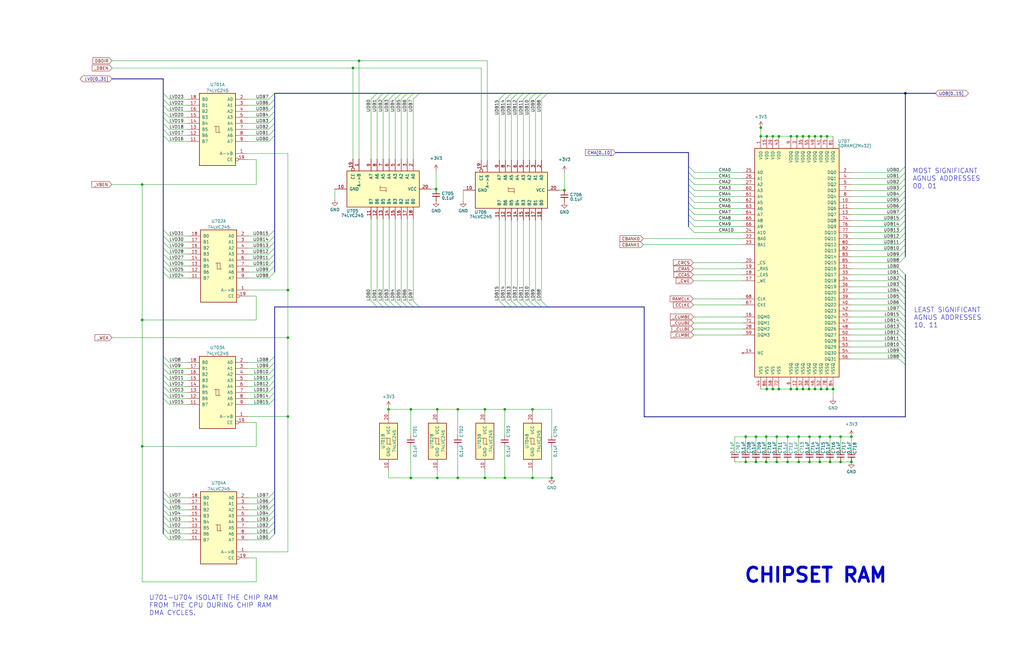
<source format=kicad_sch>
(kicad_sch (version 20231120) (generator "eeschema") (generator_version "8.0")
  (paper "B")
  (title_block (title "AMIGA PCI") (date "2024-07-17") (rev "4.0"))
  (junction (at 237.998 80.264))
  (junction (at 341.376 184.277))
  (junction (at 348.742 164.211))
  (junction (at 184.404 172.72))
  (junction (at 121.412 142.494))
  (junction (at 332.105 184.277))
  (junction (at 381.762 39.37))
  (junction (at 343.662 57.531))
  (junction (at 336.042 164.211))
  (junction (at 193.04 201.676))
  (junction (at 346.202 57.531))
  (junction (at 332.105 194.945))
  (junction (at 346.202 164.211))
  (junction (at 224.536 172.72))
  (junction (at 173.228 201.676))
  (junction (at 224.536 201.676))
  (junction (at 345.694 194.945))
  (junction (at 336.804 194.945))
  (junction (at 341.376 194.945))
  (junction (at 59.944 188.341))
  (junction (at 325.882 164.211))
  (junction (at 327.533 184.277))
  (junction (at 193.04 172.72))
  (junction (at 325.882 57.531))
  (junction (at 336.042 57.531))
  (junction (at 333.502 57.531))
  (junction (at 323.342 57.531))
  (junction (at 350.012 194.945))
  (junction (at 328.422 57.531))
  (junction (at 59.944 77.851))
  (junction (at 351.282 164.211))
  (junction (at 327.533 194.945))
  (junction (at 151.384 25.654))
  (junction (at 345.694 184.277))
  (junction (at 354.457 194.945))
  (junction (at 338.582 57.531))
  (junction (at 173.228 172.72))
  (junction (at 314.452 184.277))
  (junction (at 341.122 164.211))
  (junction (at 318.77 194.945))
  (junction (at 318.77 184.277))
  (junction (at 354.457 184.277))
  (junction (at 359.029 184.277))
  (junction (at 343.662 164.211))
  (junction (at 323.342 164.211))
  (junction (at 212.852 172.72))
  (junction (at 350.012 184.277))
  (junction (at 184.404 201.676))
  (junction (at 320.802 57.531))
  (junction (at 183.896 79.756))
  (junction (at 204.47 201.676))
  (junction (at 323.088 194.945))
  (junction (at 121.412 175.768))
  (junction (at 328.422 164.211))
  (junction (at 323.088 184.277))
  (junction (at 320.802 53.848))
  (junction (at 121.412 122.428))
  (junction (at 204.47 172.72))
  (junction (at 232.664 201.676))
  (junction (at 338.582 164.211))
  (junction (at 314.452 194.945))
  (junction (at 59.944 135.001))
  (junction (at 163.83 172.72))
  (junction (at 341.122 57.531))
  (junction (at 212.852 201.676))
  (junction (at 333.502 164.211))
  (junction (at 348.742 57.531))
  (junction (at 148.844 28.702))
  (junction (at 359.029 194.945))
  (junction (at 336.804 184.277))
  (bus_entry (at 379.222 136.271) (size 2.54 2.54))
  (bus_entry (at 113.284 160.528) (size 2.54 -2.54))
  (bus_entry (at 159.004 127) (size 2.54 2.54))
  (bus_entry (at 174.244 127) (size 2.54 2.54))
  (bus_entry (at 71.374 57.15) (size -2.54 -2.54))
  (bus_entry (at 379.222 108.331) (size 2.54 -2.54))
  (bus_entry (at 71.374 212.598) (size -2.54 -2.54))
  (bus_entry (at 71.374 217.678) (size -2.54 -2.54))
  (bus_entry (at 292.862 80.391) (size -2.54 -2.54))
  (bus_entry (at 71.374 41.91) (size -2.54 -2.54))
  (bus_entry (at 113.284 44.45) (size 2.54 -2.54))
  (bus_entry (at 71.374 215.138) (size -2.54 -2.54))
  (bus_entry (at 71.374 152.908) (size -2.54 -2.54))
  (bus_entry (at 379.222 146.431) (size 2.54 2.54))
  (bus_entry (at 292.862 95.631) (size -2.54 -2.54))
  (bus_entry (at 71.374 163.068) (size -2.54 -2.54))
  (bus_entry (at 71.374 222.758) (size -2.54 -2.54))
  (bus_entry (at 164.084 39.37) (size -2.54 2.54))
  (bus_entry (at 113.284 104.648) (size 2.54 -2.54))
  (bus_entry (at 292.862 88.011) (size -2.54 -2.54))
  (bus_entry (at 71.374 157.988) (size -2.54 -2.54))
  (bus_entry (at 113.284 107.188) (size 2.54 -2.54))
  (bus_entry (at 215.646 127) (size 2.54 2.54))
  (bus_entry (at 213.106 127) (size 2.54 2.54))
  (bus_entry (at 71.374 160.528) (size -2.54 -2.54))
  (bus_entry (at 71.374 54.61) (size -2.54 -2.54))
  (bus_entry (at 71.374 155.448) (size -2.54 -2.54))
  (bus_entry (at 228.346 127) (size 2.54 2.54))
  (bus_entry (at 113.284 163.068) (size 2.54 -2.54))
  (bus_entry (at 171.704 127) (size 2.54 2.54))
  (bus_entry (at 379.222 151.511) (size 2.54 2.54))
  (bus_entry (at 113.284 155.448) (size 2.54 -2.54))
  (bus_entry (at 113.284 109.728) (size 2.54 -2.54))
  (bus_entry (at 71.374 227.838) (size -2.54 -2.54))
  (bus_entry (at 169.164 127) (size 2.54 2.54))
  (bus_entry (at 71.374 168.148) (size -2.54 -2.54))
  (bus_entry (at 71.374 165.608) (size -2.54 -2.54))
  (bus_entry (at 223.266 127) (size 2.54 2.54))
  (bus_entry (at 223.266 39.37) (size -2.54 2.54))
  (bus_entry (at 171.704 39.37) (size -2.54 2.54))
  (bus_entry (at 379.222 82.931) (size 2.54 -2.54))
  (bus_entry (at 113.284 168.148) (size 2.54 -2.54))
  (bus_entry (at 230.886 39.37) (size -2.54 2.54))
  (bus_entry (at 379.222 123.571) (size 2.54 2.54))
  (bus_entry (at 113.284 114.808) (size 2.54 -2.54))
  (bus_entry (at 228.346 39.37) (size -2.54 2.54))
  (bus_entry (at 213.106 39.37) (size -2.54 2.54))
  (bus_entry (at 225.806 39.37) (size -2.54 2.54))
  (bus_entry (at 113.284 152.908) (size 2.54 -2.54))
  (bus_entry (at 71.374 109.728) (size -2.54 -2.54))
  (bus_entry (at 113.284 41.91) (size 2.54 -2.54))
  (bus_entry (at 220.726 39.37) (size -2.54 2.54))
  (bus_entry (at 292.862 90.551) (size -2.54 -2.54))
  (bus_entry (at 225.806 127) (size 2.54 2.54))
  (bus_entry (at 292.862 85.471) (size -2.54 -2.54))
  (bus_entry (at 220.726 127) (size 2.54 2.54))
  (bus_entry (at 379.222 100.711) (size 2.54 -2.54))
  (bus_entry (at 379.222 133.731) (size 2.54 2.54))
  (bus_entry (at 292.862 77.851) (size -2.54 -2.54))
  (bus_entry (at 113.284 157.988) (size 2.54 -2.54))
  (bus_entry (at 379.222 131.191) (size 2.54 2.54))
  (bus_entry (at 113.284 212.598) (size 2.54 -2.54))
  (bus_entry (at 379.222 105.791) (size 2.54 -2.54))
  (bus_entry (at 176.784 39.37) (size -2.54 2.54))
  (bus_entry (at 71.374 170.688) (size -2.54 -2.54))
  (bus_entry (at 71.374 46.99) (size -2.54 -2.54))
  (bus_entry (at 379.222 75.311) (size 2.54 -2.54))
  (bus_entry (at 113.284 217.678) (size 2.54 -2.54))
  (bus_entry (at 379.222 148.971) (size 2.54 2.54))
  (bus_entry (at 379.222 72.771) (size 2.54 -2.54))
  (bus_entry (at 71.374 114.808) (size -2.54 -2.54))
  (bus_entry (at 113.284 57.15) (size 2.54 -2.54))
  (bus_entry (at 113.284 46.99) (size 2.54 -2.54))
  (bus_entry (at 113.284 99.568) (size 2.54 -2.54))
  (bus_entry (at 166.624 39.37) (size -2.54 2.54))
  (bus_entry (at 292.862 82.931) (size -2.54 -2.54))
  (bus_entry (at 164.084 127) (size 2.54 2.54))
  (bus_entry (at 161.544 127) (size 2.54 2.54))
  (bus_entry (at 161.544 39.37) (size -2.54 2.54))
  (bus_entry (at 379.222 88.011) (size 2.54 -2.54))
  (bus_entry (at 113.284 165.608) (size 2.54 -2.54))
  (bus_entry (at 379.222 141.351) (size 2.54 2.54))
  (bus_entry (at 156.464 127) (size 2.54 2.54))
  (bus_entry (at 71.374 44.45) (size -2.54 -2.54))
  (bus_entry (at 379.222 103.251) (size 2.54 -2.54))
  (bus_entry (at 113.284 225.298) (size 2.54 -2.54))
  (bus_entry (at 292.862 98.171) (size -2.54 -2.54))
  (bus_entry (at 71.374 107.188) (size -2.54 -2.54))
  (bus_entry (at 71.374 49.53) (size -2.54 -2.54))
  (bus_entry (at 71.374 99.568) (size -2.54 -2.54))
  (bus_entry (at 379.222 113.411) (size 2.54 2.54))
  (bus_entry (at 113.284 220.218) (size 2.54 -2.54))
  (bus_entry (at 218.186 127) (size 2.54 2.54))
  (bus_entry (at 379.222 80.391) (size 2.54 -2.54))
  (bus_entry (at 379.222 143.891) (size 2.54 2.54))
  (bus_entry (at 218.186 39.37) (size -2.54 2.54))
  (bus_entry (at 379.222 128.651) (size 2.54 2.54))
  (bus_entry (at 159.004 39.37) (size -2.54 2.54))
  (bus_entry (at 169.164 39.37) (size -2.54 2.54))
  (bus_entry (at 379.222 110.871) (size 2.54 -2.54))
  (bus_entry (at 71.374 102.108) (size -2.54 -2.54))
  (bus_entry (at 113.284 102.108) (size 2.54 -2.54))
  (bus_entry (at 113.284 59.69) (size 2.54 -2.54))
  (bus_entry (at 379.222 98.171) (size 2.54 -2.54))
  (bus_entry (at 71.374 52.07) (size -2.54 -2.54))
  (bus_entry (at 379.222 93.091) (size 2.54 -2.54))
  (bus_entry (at 113.284 227.838) (size 2.54 -2.54))
  (bus_entry (at 113.284 210.058) (size 2.54 -2.54))
  (bus_entry (at 379.222 90.551) (size 2.54 -2.54))
  (bus_entry (at 113.284 215.138) (size 2.54 -2.54))
  (bus_entry (at 379.222 95.631) (size 2.54 -2.54))
  (bus_entry (at 292.862 72.771) (size -2.54 -2.54))
  (bus_entry (at 379.222 85.471) (size 2.54 -2.54))
  (bus_entry (at 113.284 52.07) (size 2.54 -2.54))
  (bus_entry (at 71.374 112.268) (size -2.54 -2.54))
  (bus_entry (at 113.284 170.688) (size 2.54 -2.54))
  (bus_entry (at 379.222 138.811) (size 2.54 2.54))
  (bus_entry (at 379.222 121.031) (size 2.54 2.54))
  (bus_entry (at 71.374 210.058) (size -2.54 -2.54))
  (bus_entry (at 71.374 117.348) (size -2.54 -2.54))
  (bus_entry (at 166.624 127) (size 2.54 2.54))
  (bus_entry (at 71.374 225.298) (size -2.54 -2.54))
  (bus_entry (at 379.222 77.851) (size 2.54 -2.54))
  (bus_entry (at 210.566 127) (size 2.54 2.54))
  (bus_entry (at 113.284 54.61) (size 2.54 -2.54))
  (bus_entry (at 379.222 126.111) (size 2.54 2.54))
  (bus_entry (at 379.222 118.491) (size 2.54 2.54))
  (bus_entry (at 292.862 75.311) (size -2.54 -2.54))
  (bus_entry (at 71.374 220.218) (size -2.54 -2.54))
  (bus_entry (at 379.222 115.951) (size 2.54 2.54))
  (bus_entry (at 113.284 222.758) (size 2.54 -2.54))
  (bus_entry (at 71.374 59.69) (size -2.54 -2.54))
  (bus_entry (at 174.244 39.37) (size -2.54 2.54))
  (bus_entry (at 71.374 104.648) (size -2.54 -2.54))
  (bus_entry (at 113.284 117.348) (size 2.54 -2.54))
  (bus_entry (at 113.284 112.268) (size 2.54 -2.54))
  (bus_entry (at 113.284 49.53) (size 2.54 -2.54))
  (bus_entry (at 292.862 93.091) (size -2.54 -2.54))
  (bus_entry (at 215.646 39.37) (size -2.54 2.54))
  (bus (pts (xy 68.834 99.568) (xy 68.834 102.108)))
  (wire (pts (xy 161.544 41.91) (xy 161.544 67.056)))
  (wire (pts (xy 79.502 112.268) (xy 71.374 112.268)))
  (wire (pts (xy 104.394 41.91) (xy 113.284 41.91)))
  (wire (pts (xy 184.404 198.882) (xy 184.404 201.676)))
  (wire (pts (xy 220.726 41.91) (xy 220.726 67.564)))
  (bus (pts (xy 68.834 215.138) (xy 68.834 217.678)))
  (bus (pts (xy 68.834 152.908) (xy 68.834 155.448)))
  (wire (pts (xy 104.902 217.678) (xy 113.284 217.678)))
  (wire (pts (xy 358.902 85.471) (xy 379.222 85.471)))
  (bus (pts (xy 223.266 129.54) (xy 225.806 129.54)))
  (wire (pts (xy 223.266 41.91) (xy 223.266 67.564)))
  (wire (pts (xy 224.536 198.882) (xy 224.536 201.676)))
  (wire (pts (xy 358.902 103.251) (xy 379.222 103.251)))
  (wire (pts (xy 78.994 163.068) (xy 71.374 163.068)))
  (bus (pts (xy 68.834 57.15) (xy 68.834 97.028)))
  (bus (pts (xy 68.834 217.678) (xy 68.834 220.218)))
  (wire (pts (xy 59.944 135.001) (xy 108.077 135.001)))
  (wire (pts (xy 202.946 67.564) (xy 202.946 28.702)))
  (wire (pts (xy 292.354 128.651) (xy 313.182 128.651)))
  (wire (pts (xy 163.83 171.958) (xy 163.83 172.72)))
  (wire (pts (xy 325.882 164.211) (xy 328.422 164.211)))
  (bus (pts (xy 115.824 129.54) (xy 159.004 129.54)))
  (bus (pts (xy 68.834 168.148) (xy 68.834 207.518)))
  (wire (pts (xy 358.902 118.491) (xy 379.222 118.491)))
  (wire (pts (xy 314.452 184.277) (xy 314.452 189.865)))
  (bus (pts (xy 213.106 129.54) (xy 215.646 129.54)))
  (bus (pts (xy 68.834 44.45) (xy 68.834 46.99)))
  (wire (pts (xy 174.244 92.456) (xy 174.244 127)))
  (bus (pts (xy 68.834 163.068) (xy 68.834 165.608)))
  (bus (pts (xy 159.004 39.37) (xy 161.544 39.37)))
  (wire (pts (xy 79.502 107.188) (xy 71.374 107.188)))
  (wire (pts (xy 318.77 194.945) (xy 323.088 194.945)))
  (wire (pts (xy 104.394 155.448) (xy 113.284 155.448)))
  (bus (pts (xy 115.824 109.728) (xy 115.824 112.268)))
  (wire (pts (xy 292.481 136.271) (xy 313.182 136.271)))
  (wire (pts (xy 215.646 41.91) (xy 215.646 67.564)))
  (wire (pts (xy 171.704 41.91) (xy 171.704 67.056)))
  (wire (pts (xy 104.394 52.07) (xy 113.284 52.07)))
  (wire (pts (xy 358.902 100.711) (xy 379.222 100.711)))
  (wire (pts (xy 59.944 77.851) (xy 47.117 77.851)))
  (wire (pts (xy 213.106 41.91) (xy 213.106 67.564)))
  (wire (pts (xy 327.533 184.277) (xy 327.533 189.865)))
  (bus (pts (xy 290.322 85.471) (xy 290.322 82.931)))
  (wire (pts (xy 350.012 184.277) (xy 350.012 189.865)))
  (wire (pts (xy 333.502 57.531) (xy 336.042 57.531)))
  (bus (pts (xy 68.834 97.028) (xy 68.834 99.568)))
  (wire (pts (xy 184.404 172.72) (xy 184.404 173.482)))
  (bus (pts (xy 68.834 41.91) (xy 68.834 44.45)))
  (bus (pts (xy 381.762 82.931) (xy 381.762 85.471)))
  (wire (pts (xy 104.902 109.728) (xy 113.284 109.728)))
  (bus (pts (xy 161.544 39.37) (xy 164.084 39.37)))
  (wire (pts (xy 292.862 93.091) (xy 313.182 93.091)))
  (wire (pts (xy 358.902 108.331) (xy 379.222 108.331)))
  (wire (pts (xy 215.646 92.964) (xy 215.646 127)))
  (wire (pts (xy 328.422 57.531) (xy 325.882 57.531)))
  (wire (pts (xy 358.902 143.891) (xy 379.222 143.891)))
  (wire (pts (xy 292.862 77.851) (xy 313.182 77.851)))
  (wire (pts (xy 338.582 164.211) (xy 341.122 164.211)))
  (wire (pts (xy 210.566 92.964) (xy 210.566 127)))
  (bus (pts (xy 115.824 107.188) (xy 115.824 109.728)))
  (wire (pts (xy 341.122 57.531) (xy 343.662 57.531)))
  (wire (pts (xy 345.694 194.945) (xy 350.012 194.945)))
  (bus (pts (xy 381.762 75.311) (xy 381.762 77.851)))
  (wire (pts (xy 104.902 102.108) (xy 113.284 102.108)))
  (wire (pts (xy 354.457 184.277) (xy 354.457 189.865)))
  (bus (pts (xy 115.824 152.908) (xy 115.824 150.368)))
  (bus (pts (xy 174.244 129.54) (xy 176.784 129.54)))
  (wire (pts (xy 104.902 104.648) (xy 113.284 104.648)))
  (wire (pts (xy 313.182 100.711) (xy 271.272 100.711)))
  (bus (pts (xy 115.824 49.53) (xy 115.824 52.07)))
  (wire (pts (xy 193.04 188.722) (xy 193.04 201.676)))
  (wire (pts (xy 350.012 184.277) (xy 354.457 184.277)))
  (wire (pts (xy 108.077 67.31) (xy 104.394 67.31)))
  (bus (pts (xy 68.834 49.53) (xy 68.834 52.07)))
  (bus (pts (xy 68.834 33.274) (xy 47.244 33.274)))
  (wire (pts (xy 358.902 133.731) (xy 379.222 133.731)))
  (wire (pts (xy 336.042 164.211) (xy 338.582 164.211)))
  (wire (pts (xy 151.384 25.654) (xy 205.486 25.654)))
  (wire (pts (xy 104.902 99.568) (xy 113.284 99.568)))
  (wire (pts (xy 104.394 64.77) (xy 121.412 64.77)))
  (wire (pts (xy 323.088 184.277) (xy 327.533 184.277)))
  (wire (pts (xy 104.394 57.15) (xy 113.284 57.15)))
  (bus (pts (xy 271.653 129.54) (xy 271.653 175.895)))
  (wire (pts (xy 351.282 164.211) (xy 351.282 168.021)))
  (wire (pts (xy 358.902 128.651) (xy 379.222 128.651)))
  (wire (pts (xy 328.422 164.211) (xy 333.502 164.211)))
  (bus (pts (xy 228.346 129.54) (xy 230.886 129.54)))
  (bus (pts (xy 215.646 39.37) (xy 218.186 39.37)))
  (wire (pts (xy 59.944 135.001) (xy 59.944 188.341)))
  (wire (pts (xy 104.902 117.348) (xy 113.284 117.348)))
  (bus (pts (xy 218.186 129.54) (xy 220.726 129.54)))
  (bus (pts (xy 171.704 129.54) (xy 174.244 129.54)))
  (bus (pts (xy 223.266 39.37) (xy 225.806 39.37)))
  (bus (pts (xy 271.653 175.895) (xy 381.762 175.895)))
  (wire (pts (xy 320.802 53.848) (xy 320.802 53.721)))
  (wire (pts (xy 292.862 88.011) (xy 313.182 88.011)))
  (wire (pts (xy 104.394 49.53) (xy 113.284 49.53)))
  (wire (pts (xy 358.902 148.971) (xy 379.222 148.971)))
  (wire (pts (xy 104.394 54.61) (xy 113.284 54.61)))
  (wire (pts (xy 224.536 201.676) (xy 232.664 201.676)))
  (wire (pts (xy 224.536 172.72) (xy 224.536 173.482)))
  (wire (pts (xy 341.376 184.277) (xy 341.376 189.865)))
  (bus (pts (xy 228.346 39.37) (xy 230.886 39.37)))
  (bus (pts (xy 115.824 215.138) (xy 115.824 217.678)))
  (wire (pts (xy 358.902 110.871) (xy 379.222 110.871)))
  (wire (pts (xy 358.902 105.791) (xy 379.222 105.791)))
  (wire (pts (xy 59.944 77.851) (xy 108.077 77.851)))
  (wire (pts (xy 346.202 57.531) (xy 348.742 57.531)))
  (wire (pts (xy 323.342 57.531) (xy 320.802 57.531)))
  (wire (pts (xy 151.384 67.056) (xy 151.384 25.654)))
  (bus (pts (xy 115.824 207.518) (xy 115.824 210.058)))
  (bus (pts (xy 115.824 46.99) (xy 115.824 49.53)))
  (wire (pts (xy 78.994 170.688) (xy 71.374 170.688)))
  (wire (pts (xy 205.486 25.654) (xy 205.486 67.564)))
  (wire (pts (xy 104.394 175.768) (xy 121.412 175.768)))
  (bus (pts (xy 115.824 220.218) (xy 115.824 222.758)))
  (bus (pts (xy 381.762 98.171) (xy 381.762 100.711)))
  (wire (pts (xy 79.502 217.678) (xy 71.374 217.678)))
  (wire (pts (xy 47.244 28.702) (xy 148.844 28.702)))
  (bus (pts (xy 68.834 54.61) (xy 68.834 57.15)))
  (wire (pts (xy 358.902 80.391) (xy 379.222 80.391)))
  (wire (pts (xy 79.502 222.758) (xy 71.374 222.758)))
  (wire (pts (xy 292.862 90.551) (xy 313.182 90.551)))
  (bus (pts (xy 68.834 210.058) (xy 68.834 212.598)))
  (bus (pts (xy 381.762 80.391) (xy 381.762 82.931)))
  (wire (pts (xy 59.944 188.341) (xy 59.944 245.491)))
  (wire (pts (xy 332.105 184.277) (xy 336.804 184.277)))
  (bus (pts (xy 381.762 126.111) (xy 381.762 128.651)))
  (wire (pts (xy 104.394 165.608) (xy 113.284 165.608)))
  (wire (pts (xy 320.802 164.211) (xy 323.342 164.211)))
  (wire (pts (xy 79.502 212.598) (xy 71.374 212.598)))
  (wire (pts (xy 292.862 75.311) (xy 313.182 75.311)))
  (wire (pts (xy 224.536 172.72) (xy 232.664 172.72)))
  (wire (pts (xy 328.422 57.531) (xy 333.502 57.531)))
  (wire (pts (xy 343.662 57.531) (xy 346.202 57.531)))
  (bus (pts (xy 230.886 39.37) (xy 381.762 39.37)))
  (bus (pts (xy 115.824 97.028) (xy 115.824 99.568)))
  (bus (pts (xy 290.322 80.391) (xy 290.322 77.851)))
  (wire (pts (xy 323.088 184.277) (xy 323.088 189.865)))
  (wire (pts (xy 204.47 172.72) (xy 212.852 172.72)))
  (wire (pts (xy 79.502 109.728) (xy 71.374 109.728)))
  (bus (pts (xy 381.762 72.771) (xy 381.762 75.311)))
  (wire (pts (xy 104.902 225.298) (xy 113.284 225.298)))
  (wire (pts (xy 292.481 138.811) (xy 313.182 138.811)))
  (bus (pts (xy 115.824 102.108) (xy 115.824 104.648)))
  (wire (pts (xy 173.228 172.72) (xy 173.228 183.642)))
  (wire (pts (xy 193.04 172.72) (xy 204.47 172.72)))
  (wire (pts (xy 104.902 112.268) (xy 113.284 112.268)))
  (wire (pts (xy 78.994 54.61) (xy 71.374 54.61)))
  (bus (pts (xy 290.322 77.851) (xy 290.322 75.311)))
  (bus (pts (xy 115.824 57.15) (xy 115.824 97.028)))
  (bus (pts (xy 115.824 222.758) (xy 115.824 225.298)))
  (wire (pts (xy 79.502 104.648) (xy 71.374 104.648)))
  (wire (pts (xy 343.662 164.211) (xy 346.202 164.211)))
  (bus (pts (xy 290.322 75.311) (xy 290.322 72.771)))
  (wire (pts (xy 292.862 98.171) (xy 313.182 98.171)))
  (wire (pts (xy 121.412 122.428) (xy 121.412 142.494)))
  (bus (pts (xy 68.834 207.518) (xy 68.834 210.058)))
  (wire (pts (xy 341.376 184.277) (xy 345.694 184.277)))
  (wire (pts (xy 104.902 227.838) (xy 113.284 227.838)))
  (wire (pts (xy 348.742 164.211) (xy 351.282 164.211)))
  (wire (pts (xy 341.122 164.211) (xy 343.662 164.211)))
  (wire (pts (xy 78.994 155.448) (xy 71.374 155.448)))
  (bus (pts (xy 213.106 39.37) (xy 215.646 39.37)))
  (wire (pts (xy 212.852 201.676) (xy 224.536 201.676)))
  (wire (pts (xy 193.04 201.676) (xy 204.47 201.676)))
  (wire (pts (xy 345.694 184.277) (xy 345.694 189.865)))
  (wire (pts (xy 108.077 178.308) (xy 104.394 178.308)))
  (bus (pts (xy 171.704 39.37) (xy 174.244 39.37)))
  (wire (pts (xy 309.88 189.865) (xy 309.88 184.277)))
  (wire (pts (xy 104.394 170.688) (xy 113.284 170.688)))
  (bus (pts (xy 159.004 129.54) (xy 161.544 129.54)))
  (bus (pts (xy 381.762 175.895) (xy 381.762 154.051)))
  (wire (pts (xy 195.326 80.264) (xy 195.326 84.836)))
  (bus (pts (xy 381.762 39.37) (xy 394.462 39.37)))
  (bus (pts (xy 381.762 143.891) (xy 381.762 146.431)))
  (wire (pts (xy 104.394 59.69) (xy 113.284 59.69)))
  (wire (pts (xy 358.902 98.171) (xy 379.222 98.171)))
  (bus (pts (xy 115.824 99.568) (xy 115.824 102.108)))
  (wire (pts (xy 225.806 41.91) (xy 225.806 67.564)))
  (bus (pts (xy 115.824 150.368) (xy 115.824 129.54)))
  (wire (pts (xy 348.742 57.531) (xy 351.282 57.531)))
  (wire (pts (xy 212.852 172.72) (xy 224.536 172.72)))
  (wire (pts (xy 78.994 152.908) (xy 71.374 152.908)))
  (bus (pts (xy 176.784 129.54) (xy 213.106 129.54)))
  (wire (pts (xy 358.902 72.771) (xy 379.222 72.771)))
  (wire (pts (xy 173.228 172.72) (xy 184.404 172.72)))
  (wire (pts (xy 292.862 82.931) (xy 313.182 82.931)))
  (wire (pts (xy 184.404 172.72) (xy 193.04 172.72)))
  (wire (pts (xy 213.106 92.964) (xy 213.106 127)))
  (wire (pts (xy 78.994 46.99) (xy 71.374 46.99)))
  (bus (pts (xy 381.762 141.351) (xy 381.762 143.891)))
  (wire (pts (xy 327.533 184.277) (xy 332.105 184.277)))
  (wire (pts (xy 104.394 152.908) (xy 113.284 152.908)))
  (bus (pts (xy 68.834 109.728) (xy 68.834 112.268)))
  (wire (pts (xy 79.502 227.838) (xy 71.374 227.838)))
  (bus (pts (xy 381.762 88.011) (xy 381.762 90.551)))
  (wire (pts (xy 292.354 115.951) (xy 313.182 115.951)))
  (wire (pts (xy 121.412 64.77) (xy 121.412 122.428)))
  (bus (pts (xy 381.762 85.471) (xy 381.762 88.011)))
  (wire (pts (xy 218.186 41.91) (xy 218.186 67.564)))
  (bus (pts (xy 381.762 39.37) (xy 381.762 70.231)))
  (wire (pts (xy 292.862 72.771) (xy 313.182 72.771)))
  (wire (pts (xy 163.83 172.72) (xy 173.228 172.72)))
  (wire (pts (xy 104.902 232.918) (xy 121.412 232.918)))
  (bus (pts (xy 68.834 104.648) (xy 68.834 107.188)))
  (bus (pts (xy 381.762 70.231) (xy 381.762 72.771)))
  (bus (pts (xy 164.084 39.37) (xy 166.624 39.37)))
  (wire (pts (xy 358.902 131.191) (xy 379.222 131.191)))
  (wire (pts (xy 173.228 188.722) (xy 173.228 201.676)))
  (wire (pts (xy 104.394 163.068) (xy 113.284 163.068)))
  (bus (pts (xy 381.762 138.811) (xy 381.762 141.351)))
  (wire (pts (xy 78.994 49.53) (xy 71.374 49.53)))
  (wire (pts (xy 358.902 138.811) (xy 379.222 138.811)))
  (bus (pts (xy 68.834 165.608) (xy 68.834 168.148)))
  (bus (pts (xy 164.084 129.54) (xy 166.624 129.54)))
  (bus (pts (xy 381.762 128.651) (xy 381.762 131.191)))
  (bus (pts (xy 68.834 39.37) (xy 68.834 41.91)))
  (bus (pts (xy 381.762 118.491) (xy 381.762 121.031)))
  (bus (pts (xy 381.762 136.271) (xy 381.762 138.811)))
  (bus (pts (xy 381.762 77.851) (xy 381.762 80.391)))
  (wire (pts (xy 358.902 126.111) (xy 379.222 126.111)))
  (wire (pts (xy 79.502 99.568) (xy 71.374 99.568)))
  (wire (pts (xy 78.994 59.69) (xy 71.374 59.69)))
  (wire (pts (xy 323.088 194.945) (xy 327.533 194.945)))
  (wire (pts (xy 108.077 135.001) (xy 108.077 124.968)))
  (bus (pts (xy 68.834 114.808) (xy 68.834 150.368)))
  (wire (pts (xy 350.012 194.945) (xy 354.457 194.945)))
  (wire (pts (xy 104.902 122.428) (xy 121.412 122.428)))
  (wire (pts (xy 159.004 92.456) (xy 159.004 127)))
  (wire (pts (xy 59.944 77.851) (xy 59.944 135.001)))
  (wire (pts (xy 332.105 184.277) (xy 332.105 189.865)))
  (bus (pts (xy 166.624 39.37) (xy 169.164 39.37)))
  (bus (pts (xy 220.726 39.37) (xy 223.266 39.37)))
  (bus (pts (xy 115.824 165.608) (xy 115.824 168.148)))
  (bus (pts (xy 115.824 52.07) (xy 115.824 54.61)))
  (wire (pts (xy 237.998 72.644) (xy 237.998 80.264)))
  (wire (pts (xy 141.224 79.756) (xy 141.224 84.328)))
  (wire (pts (xy 121.412 175.768) (xy 121.412 232.918)))
  (bus (pts (xy 115.824 104.648) (xy 115.824 107.188)))
  (wire (pts (xy 108.077 235.458) (xy 104.902 235.458)))
  (wire (pts (xy 309.88 184.277) (xy 314.452 184.277)))
  (bus (pts (xy 381.762 123.571) (xy 381.762 126.111)))
  (wire (pts (xy 163.83 172.72) (xy 163.83 173.482)))
  (wire (pts (xy 358.902 88.011) (xy 379.222 88.011)))
  (bus (pts (xy 115.824 54.61) (xy 115.824 57.15)))
  (bus (pts (xy 381.762 115.951) (xy 381.762 118.491)))
  (bus (pts (xy 115.824 155.448) (xy 115.824 157.988)))
  (bus (pts (xy 225.806 39.37) (xy 228.346 39.37)))
  (bus (pts (xy 68.834 212.598) (xy 68.834 215.138)))
  (wire (pts (xy 164.084 92.456) (xy 164.084 127)))
  (wire (pts (xy 204.47 201.676) (xy 212.852 201.676)))
  (bus (pts (xy 115.824 157.988) (xy 115.824 160.528)))
  (wire (pts (xy 79.502 117.348) (xy 71.374 117.348)))
  (wire (pts (xy 346.202 164.211) (xy 348.742 164.211)))
  (wire (pts (xy 314.452 184.277) (xy 318.77 184.277)))
  (wire (pts (xy 323.342 164.211) (xy 325.882 164.211)))
  (wire (pts (xy 59.944 188.341) (xy 108.077 188.341)))
  (wire (pts (xy 327.533 194.945) (xy 332.105 194.945)))
  (wire (pts (xy 204.47 172.72) (xy 204.47 173.482)))
  (bus (pts (xy 68.834 220.218) (xy 68.834 222.758)))
  (bus (pts (xy 220.726 129.54) (xy 223.266 129.54)))
  (wire (pts (xy 78.994 165.608) (xy 71.374 165.608)))
  (wire (pts (xy 358.902 95.631) (xy 379.222 95.631)))
  (bus (pts (xy 174.244 39.37) (xy 176.784 39.37)))
  (bus (pts (xy 115.824 155.448) (xy 115.824 152.908)))
  (bus (pts (xy 381.762 148.971) (xy 381.762 151.511)))
  (wire (pts (xy 159.004 41.91) (xy 159.004 67.056)))
  (wire (pts (xy 59.944 245.491) (xy 108.077 245.491)))
  (bus (pts (xy 68.834 102.108) (xy 68.834 104.648)))
  (wire (pts (xy 173.228 201.676) (xy 184.404 201.676)))
  (wire (pts (xy 228.346 92.964) (xy 228.346 127)))
  (bus (pts (xy 290.322 88.011) (xy 290.322 85.471)))
  (bus (pts (xy 259.588 64.389) (xy 290.322 64.389)))
  (wire (pts (xy 220.726 92.964) (xy 220.726 127)))
  (wire (pts (xy 336.042 57.531) (xy 338.582 57.531)))
  (wire (pts (xy 292.862 85.471) (xy 313.182 85.471)))
  (bus (pts (xy 218.186 39.37) (xy 220.726 39.37)))
  (wire (pts (xy 358.902 93.091) (xy 379.222 93.091)))
  (bus (pts (xy 115.824 212.598) (xy 115.824 215.138)))
  (wire (pts (xy 354.457 184.277) (xy 359.029 184.277)))
  (wire (pts (xy 156.464 92.456) (xy 156.464 127)))
  (bus (pts (xy 381.762 131.191) (xy 381.762 133.731)))
  (wire (pts (xy 104.394 46.99) (xy 113.284 46.99)))
  (bus (pts (xy 166.624 129.54) (xy 169.164 129.54)))
  (bus (pts (xy 115.824 163.068) (xy 115.824 165.608)))
  (wire (pts (xy 358.902 151.511) (xy 379.222 151.511)))
  (wire (pts (xy 292.354 118.491) (xy 313.182 118.491)))
  (wire (pts (xy 358.902 90.551) (xy 379.222 90.551)))
  (wire (pts (xy 79.502 102.108) (xy 71.374 102.108)))
  (wire (pts (xy 232.664 183.642) (xy 232.664 172.72)))
  (bus (pts (xy 115.824 112.268) (xy 115.824 114.808)))
  (wire (pts (xy 292.862 80.391) (xy 313.182 80.391)))
  (wire (pts (xy 79.502 210.058) (xy 71.374 210.058)))
  (bus (pts (xy 381.762 133.731) (xy 381.762 136.271)))
  (wire (pts (xy 193.04 172.72) (xy 193.04 183.642)))
  (wire (pts (xy 345.694 184.277) (xy 350.012 184.277)))
  (bus (pts (xy 169.164 129.54) (xy 171.704 129.54)))
  (bus (pts (xy 68.834 112.268) (xy 68.834 114.808)))
  (wire (pts (xy 212.852 188.722) (xy 212.852 201.676)))
  (wire (pts (xy 212.852 172.72) (xy 212.852 183.642)))
  (wire (pts (xy 358.902 121.031) (xy 379.222 121.031)))
  (wire (pts (xy 232.664 188.722) (xy 232.664 201.676)))
  (bus (pts (xy 68.834 150.368) (xy 68.834 152.908)))
  (wire (pts (xy 174.244 41.91) (xy 174.244 67.056)))
  (wire (pts (xy 104.394 157.988) (xy 113.284 157.988)))
  (bus (pts (xy 290.322 72.771) (xy 290.322 70.231)))
  (wire (pts (xy 218.186 92.964) (xy 218.186 127)))
  (bus (pts (xy 381.762 151.511) (xy 381.762 154.051)))
  (wire (pts (xy 358.902 113.411) (xy 379.222 113.411)))
  (wire (pts (xy 173.228 201.676) (xy 163.83 201.676)))
  (bus (pts (xy 290.322 93.091) (xy 290.322 95.631)))
  (wire (pts (xy 358.902 123.571) (xy 379.222 123.571)))
  (wire (pts (xy 104.394 44.45) (xy 113.284 44.45)))
  (wire (pts (xy 358.902 82.931) (xy 379.222 82.931)))
  (wire (pts (xy 104.902 220.218) (xy 113.284 220.218)))
  (bus (pts (xy 68.834 155.448) (xy 68.834 157.988)))
  (wire (pts (xy 78.994 57.15) (xy 71.374 57.15)))
  (wire (pts (xy 121.412 142.494) (xy 121.412 175.768)))
  (wire (pts (xy 104.902 210.058) (xy 113.284 210.058)))
  (bus (pts (xy 381.762 105.791) (xy 381.762 108.331)))
  (wire (pts (xy 78.994 157.988) (xy 71.374 157.988)))
  (wire (pts (xy 358.902 115.951) (xy 379.222 115.951)))
  (wire (pts (xy 47.244 25.654) (xy 151.384 25.654)))
  (wire (pts (xy 223.266 92.964) (xy 223.266 127)))
  (wire (pts (xy 104.902 212.598) (xy 113.284 212.598)))
  (wire (pts (xy 108.077 124.968) (xy 104.902 124.968)))
  (wire (pts (xy 358.902 77.851) (xy 379.222 77.851)))
  (bus (pts (xy 115.824 210.058) (xy 115.824 212.598)))
  (wire (pts (xy 78.994 44.45) (xy 71.374 44.45)))
  (wire (pts (xy 148.844 67.056) (xy 148.844 28.702)))
  (wire (pts (xy 318.77 184.277) (xy 318.77 189.865)))
  (wire (pts (xy 47.244 142.494) (xy 121.412 142.494)))
  (bus (pts (xy 68.834 39.37) (xy 68.834 33.274)))
  (wire (pts (xy 104.902 222.758) (xy 113.284 222.758)))
  (wire (pts (xy 341.376 194.945) (xy 345.694 194.945)))
  (wire (pts (xy 108.077 188.341) (xy 108.077 178.308)))
  (wire (pts (xy 358.902 136.271) (xy 379.222 136.271)))
  (wire (pts (xy 104.902 107.188) (xy 113.284 107.188)))
  (wire (pts (xy 313.182 126.111) (xy 292.354 126.111)))
  (bus (pts (xy 381.762 90.551) (xy 381.762 93.091)))
  (bus (pts (xy 68.834 52.07) (xy 68.834 54.61)))
  (wire (pts (xy 184.404 201.676) (xy 193.04 201.676)))
  (wire (pts (xy 292.862 95.631) (xy 313.182 95.631)))
  (bus (pts (xy 230.886 129.54) (xy 271.653 129.54)))
  (wire (pts (xy 78.994 168.148) (xy 71.374 168.148)))
  (wire (pts (xy 79.502 225.298) (xy 71.374 225.298)))
  (wire (pts (xy 225.806 92.964) (xy 225.806 127)))
  (bus (pts (xy 115.824 44.45) (xy 115.824 46.99)))
  (bus (pts (xy 68.834 222.758) (xy 68.834 225.298)))
  (bus (pts (xy 161.544 129.54) (xy 164.084 129.54)))
  (wire (pts (xy 79.502 220.218) (xy 71.374 220.218)))
  (wire (pts (xy 202.946 28.702) (xy 148.844 28.702)))
  (bus (pts (xy 68.834 157.988) (xy 68.834 160.528)))
  (wire (pts (xy 336.804 189.865) (xy 336.804 184.277)))
  (wire (pts (xy 332.105 194.945) (xy 336.804 194.945)))
  (wire (pts (xy 314.452 194.945) (xy 318.77 194.945)))
  (bus (pts (xy 115.824 39.37) (xy 115.824 41.91)))
  (wire (pts (xy 292.481 141.351) (xy 313.182 141.351)))
  (wire (pts (xy 104.902 215.138) (xy 113.284 215.138)))
  (wire (pts (xy 166.624 92.456) (xy 166.624 127)))
  (wire (pts (xy 108.077 77.851) (xy 108.077 67.31)))
  (wire (pts (xy 169.164 41.91) (xy 169.164 67.056)))
  (wire (pts (xy 292.354 110.871) (xy 313.182 110.871)))
  (wire (pts (xy 78.994 52.07) (xy 71.374 52.07)))
  (bus (pts (xy 381.762 93.091) (xy 381.762 95.631)))
  (wire (pts (xy 169.164 92.456) (xy 169.164 127)))
  (bus (pts (xy 115.824 39.37) (xy 159.004 39.37)))
  (bus (pts (xy 68.834 160.528) (xy 68.834 163.068)))
  (wire (pts (xy 166.624 41.91) (xy 166.624 67.056)))
  (wire (pts (xy 164.084 41.91) (xy 164.084 67.056)))
  (wire (pts (xy 104.394 168.148) (xy 113.284 168.148)))
  (bus (pts (xy 381.762 100.711) (xy 381.762 103.251)))
  (wire (pts (xy 318.77 184.277) (xy 323.088 184.277)))
  (wire (pts (xy 79.502 114.808) (xy 71.374 114.808)))
  (bus (pts (xy 381.762 95.631) (xy 381.762 98.171)))
  (wire (pts (xy 358.902 75.311) (xy 379.222 75.311)))
  (bus (pts (xy 215.646 129.54) (xy 218.186 129.54)))
  (wire (pts (xy 333.502 164.211) (xy 336.042 164.211)))
  (wire (pts (xy 161.544 92.456) (xy 161.544 127)))
  (wire (pts (xy 314.452 194.945) (xy 309.88 194.945)))
  (bus (pts (xy 290.322 90.551) (xy 290.322 88.011)))
  (wire (pts (xy 358.902 141.351) (xy 379.222 141.351)))
  (wire (pts (xy 171.704 92.456) (xy 171.704 127)))
  (bus (pts (xy 381.762 146.431) (xy 381.762 148.971)))
  (wire (pts (xy 320.802 57.531) (xy 320.802 53.848)))
  (wire (pts (xy 104.394 160.528) (xy 113.284 160.528)))
  (bus (pts (xy 290.322 82.931) (xy 290.322 80.391)))
  (wire (pts (xy 228.346 41.91) (xy 228.346 67.564)))
  (wire (pts (xy 181.864 79.756) (xy 183.896 79.756)))
  (wire (pts (xy 104.902 114.808) (xy 113.284 114.808)))
  (wire (pts (xy 79.502 215.138) (xy 71.374 215.138)))
  (wire (pts (xy 338.582 57.531) (xy 341.122 57.531)))
  (wire (pts (xy 358.902 146.431) (xy 379.222 146.431)))
  (wire (pts (xy 183.896 72.136) (xy 183.896 79.756)))
  (wire (pts (xy 292.354 113.411) (xy 313.182 113.411)))
  (wire (pts (xy 313.182 103.251) (xy 271.272 103.251)))
  (bus (pts (xy 169.164 39.37) (xy 171.704 39.37)))
  (wire (pts (xy 78.994 41.91) (xy 71.374 41.91)))
  (bus (pts (xy 176.784 39.37) (xy 213.106 39.37)))
  (bus (pts (xy 68.834 107.188) (xy 68.834 109.728)))
  (wire (pts (xy 156.464 41.91) (xy 156.464 67.056)))
  (wire (pts (xy 163.83 201.676) (xy 163.83 198.882)))
  (wire (pts (xy 336.804 184.277) (xy 341.376 184.277)))
  (bus (pts (xy 115.824 168.148) (xy 115.824 207.518)))
  (bus (pts (xy 225.806 129.54) (xy 228.346 129.54)))
  (bus (pts (xy 290.322 70.231) (xy 290.322 64.389)))
  (bus (pts (xy 115.824 41.91) (xy 115.824 44.45)))
  (wire (pts (xy 354.457 194.945) (xy 359.029 194.945)))
  (wire (pts (xy 292.481 133.731) (xy 313.182 133.731)))
  (wire (pts (xy 235.966 80.264) (xy 237.998 80.264)))
  (bus (pts (xy 115.824 217.678) (xy 115.824 220.218)))
  (bus (pts (xy 290.322 93.091) (xy 290.322 90.551)))
  (bus (pts (xy 381.762 121.031) (xy 381.762 123.571)))
  (wire (pts (xy 341.376 194.945) (xy 336.804 194.945)))
  (bus (pts (xy 68.834 46.99) (xy 68.834 49.53)))
  (wire (pts (xy 210.566 41.91) (xy 210.566 67.564)))
  (wire (pts (xy 359.029 184.277) (xy 359.029 189.865)))
  (bus (pts (xy 381.762 103.251) (xy 381.762 105.791)))
  (bus (pts (xy 115.824 160.528) (xy 115.824 163.068)))
  (wire (pts (xy 204.47 198.882) (xy 204.47 201.676)))
  (wire (pts (xy 325.882 57.531) (xy 323.342 57.531)))
  (wire (pts (xy 78.994 160.528) (xy 71.374 160.528)))
  (wire (pts (xy 108.077 245.491) (xy 108.077 235.458)))
  (text "LEAST SIGNIFICANT\nAGNUS ADDRESSES \n10, 11" (at 385.318 138.557 0) (effects (font (size 2 2)) (justify left bottom)))
  (text "CHIPSET RAM" (at 313.436 246.38 0) (effects (font (size 6 6) (thickness 1.2) (bold yes)) (justify left bottom)))
  (text "U701-U704 ISOLATE THE CHIP RAM\nFROM THE CPU DURING CHIP RAM \nDMA CYCLES." (at 62.865 259.969 0) (effects (font (size 2 2)) (justify left bottom)))
  (text "MOST SIGNIFICANT\nAGNUS ADDRESSES \n00, 01" (at 384.81 79.883 0) (effects (font (size 2 2)) (justify left bottom)))
  (label "LDB10" (at 379.222 146.431 180) (effects (font (size 1.2954 1.2954))))
  (label "CMA3" (at 303.022 80.391 0))
  (label "UDB3" (at 113.284 52.07 180) (effects (font (size 1.2954 1.2954))))
  (label "LDB6" (at 379.222 128.651 180) (effects (font (size 1.2954 1.2954))))
  (label "UDB9" (at 225.806 42.037 270) (effects (font (size 1.2954 1.2954))))
  (label "LDB4" (at 379.222 123.571 180) (effects (font (size 1.2954 1.2954))))
  (label "LVD12" (at 71.374 163.068 0) (effects (font (size 1.2954 1.2954))))
  (label "UDB7" (at 379.222 90.551 180) (effects (font (size 1.2954 1.2954))))
  (label "LDB13" (at 379.222 138.811 180) (effects (font (size 1.2954 1.2954))))
  (label "LDB15" (at 113.284 170.688 180) (effects (font (size 1.2954 1.2954))))
  (label "LVD31" (at 71.374 99.568 0) (effects (font (size 1.2954 1.2954))))
  (label "UDB14" (at 113.284 102.108 180) (effects (font (size 1.2954 1.2954))))
  (label "LDB12" (at 218.186 127 90) (effects (font (size 1.2954 1.2954))))
  (label "UDB7" (at 113.284 41.91 180) (effects (font (size 1.2954 1.2954))))
  (label "UDB4" (at 166.624 41.91 270) (effects (font (size 1.2954 1.2954))))
  (label "LVD4" (at 71.374 217.678 0) (effects (font (size 1.2954 1.2954))))
  (label "LVD28" (at 71.374 107.188 0) (effects (font (size 1.2954 1.2954))))
  (label "UDB15" (at 210.566 42.037 270) (effects (font (size 1.2954 1.2954))))
  (label "LVD14" (at 71.374 168.148 0) (effects (font (size 1.2954 1.2954))))
  (label "LDB14" (at 213.106 127 90) (effects (font (size 1.2954 1.2954))))
  (label "LDB5" (at 169.164 127 90) (effects (font (size 1.2954 1.2954))))
  (label "LDB13" (at 215.646 127 90) (effects (font (size 1.2954 1.2954))))
  (label "UDB11" (at 113.284 109.728 180) (effects (font (size 1.2954 1.2954))))
  (label "LDB9" (at 379.222 148.971 180) (effects (font (size 1.2954 1.2954))))
  (label "UDB12" (at 379.222 100.711 180) (effects (font (size 1.2954 1.2954))))
  (label "UDB0" (at 379.222 72.771 180) (effects (font (size 1.2954 1.2954))))
  (label "CMA6" (at 303.022 88.011 0))
  (label "UDB1" (at 379.222 75.311 180) (effects (font (size 1.2954 1.2954))))
  (label "LDB11" (at 379.222 143.891 180) (effects (font (size 1.2954 1.2954))))
  (label "LVD17" (at 71.374 57.15 0) (effects (font (size 1.2954 1.2954))))
  (label "LVD7" (at 71.374 210.058 0) (effects (font (size 1.2954 1.2954))))
  (label "LVD23" (at 71.374 41.91 0) (effects (font (size 1.2954 1.2954))))
  (label "LDB3" (at 379.222 121.031 180) (effects (font (size 1.2954 1.2954))))
  (label "LDB8" (at 113.284 152.908 180) (effects (font (size 1.2954 1.2954))))
  (label "UDB3" (at 379.222 80.391 180) (effects (font (size 1.2954 1.2954))))
  (label "UDB8" (at 379.222 110.871 180) (effects (font (size 1.2954 1.2954))))
  (label "LDB0" (at 113.284 227.838 180) (effects (font (size 1.2954 1.2954))))
  (label "UDB5" (at 379.222 85.471 180) (effects (font (size 1.2954 1.2954))))
  (label "LVD9" (at 71.374 155.448 0) (effects (font (size 1.2954 1.2954))))
  (label "LDB15" (at 210.566 127 90) (effects (font (size 1.2954 1.2954))))
  (label "LDB0" (at 156.464 127 90) (effects (font (size 1.2954 1.2954))))
  (label "LDB3" (at 164.084 127 90) (effects (font (size 1.2954 1.2954))))
  (label "LDB11" (at 220.726 127 90) (effects (font (size 1.2954 1.2954))))
  (label "LVD22" (at 71.374 44.45 0) (effects (font (size 1.2954 1.2954))))
  (label "UDB14" (at 379.222 95.631 180) (effects (font (size 1.2954 1.2954))))
  (label "LVD20" (at 71.374 49.53 0) (effects (font (size 1.2954 1.2954))))
  (label "LVD10" (at 71.374 157.988 0) (effects (font (size 1.2954 1.2954))))
  (label "UDB15" (at 113.284 99.568 180) (effects (font (size 1.2954 1.2954))))
  (label "CMA8" (at 303.022 93.091 0))
  (label "UDB14" (at 213.106 42.037 270) (effects (font (size 1.2954 1.2954))))
  (label "LVD25" (at 71.374 114.808 0) (effects (font (size 1.2954 1.2954))))
  (label "LDB14" (at 379.222 136.271 180) (effects (font (size 1.2954 1.2954))))
  (label "UDB5" (at 169.164 41.91 270) (effects (font (size 1.2954 1.2954))))
  (label "CMA2" (at 303.022 77.851 0))
  (label "LVD3" (at 71.374 220.218 0) (effects (font (size 1.2954 1.2954))))
  (label "UDB6" (at 113.284 44.45 180) (effects (font (size 1.2954 1.2954))))
  (label "UDB13" (at 215.646 42.037 270) (effects (font (size 1.2954 1.2954))))
  (label "LDB5" (at 379.222 126.111 180) (effects (font (size 1.2954 1.2954))))
  (label "LDB12" (at 113.284 163.068 180) (effects (font (size 1.2954 1.2954))))
  (label "LDB0" (at 379.222 113.411 180) (effects (font (size 1.2954 1.2954))))
  (label "LDB11" (at 113.284 160.528 180) (effects (font (size 1.2954 1.2954))))
  (label "LVD8" (at 71.374 152.908 0) (effects (font (size 1.2954 1.2954))))
  (label "UDB2" (at 379.222 77.851 180) (effects (font (size 1.2954 1.2954))))
  (label "UDB9" (at 113.284 114.808 180) (effects (font (size 1.2954 1.2954))))
  (label "LVD5" (at 71.374 215.138 0) (effects (font (size 1.2954 1.2954))))
  (label "UDB4" (at 379.222 82.931 180) (effects (font (size 1.2954 1.2954))))
  (label "UDB1" (at 159.004 41.91 270) (effects (font (size 1.2954 1.2954))))
  (label "LVD30" (at 71.374 102.108 0) (effects (font (size 1.2954 1.2954))))
  (label "LDB3" (at 113.284 220.218 180) (effects (font (size 1.2954 1.2954))))
  (label "LDB4" (at 113.284 217.678 180) (effects (font (size 1.2954 1.2954))))
  (label "UDB8" (at 228.346 42.037 270) (effects (font (size 1.2954 1.2954))))
  (label "LDB4" (at 166.624 127 90) (effects (font (size 1.2954 1.2954))))
  (label "UDB12" (at 113.284 107.188 180) (effects (font (size 1.2954 1.2954))))
  (label "CMA7" (at 303.022 90.551 0))
  (label "UDB9" (at 379.222 108.331 180) (effects (font (size 1.2954 1.2954))))
  (label "LVD15" (at 71.374 170.688 0) (effects (font (size 1.2954 1.2954))))
  (label "CMA5" (at 303.022 85.471 0))
  (label "UDB13" (at 379.222 98.171 180) (effects (font (size 1.2954 1.2954))))
  (label "UDB3" (at 164.084 41.91 270) (effects (font (size 1.2954 1.2954))))
  (label "LVD21" (at 71.374 46.99 0) (effects (font (size 1.2954 1.2954))))
  (label "LDB1" (at 113.284 225.298 180) (effects (font (size 1.2954 1.2954))))
  (label "UDB2" (at 113.284 54.61 180) (effects (font (size 1.2954 1.2954))))
  (label "LDB7" (at 113.284 210.058 180) (effects (font (size 1.2954 1.2954))))
  (label "UDB10" (at 113.284 112.268 180) (effects (font (size 1.2954 1.2954))))
  (label "LDB5" (at 113.284 215.138 180) (effects (font (size 1.2954 1.2954))))
  (label "CMA1" (at 303.022 75.311 0))
  (label "UDB11" (at 379.222 103.251 180) (effects (font (size 1.2954 1.2954))))
  (label "LDB14" (at 113.284 168.148 180) (effects (font (size 1.2954 1.2954))))
  (label "LDB2" (at 113.284 222.758 180) (effects (font (size 1.2954 1.2954))))
  (label "LDB8" (at 379.222 151.511 180) (effects (font (size 1.2954 1.2954))))
  (label "LVD0" (at 71.374 227.838 0) (effects (font (size 1.2954 1.2954))))
  (label "LDB10" (at 223.266 127 90) (effects (font (size 1.2954 1.2954))))
  (label "CMA10" (at 303.022 98.171 0))
  (label "UDB13" (at 113.284 104.648 180) (effects (font (size 1.2954 1.2954))))
  (label "UDB6" (at 171.704 41.91 270) (effects (font (size 1.2954 1.2954))))
  (label "UDB7" (at 174.244 41.91 270) (effects (font (size 1.2954 1.2954))))
  (label "UDB1" (at 113.284 57.15 180) (effects (font (size 1.2954 1.2954))))
  (label "LVD1" (at 71.374 225.298 0) (effects (font (size 1.2954 1.2954))))
  (label "LVD27" (at 71.374 109.728 0) (effects (font (size 1.2954 1.2954))))
  (label "LVD19" (at 71.374 52.07 0) (effects (font (size 1.2954 1.2954))))
  (label "LDB7" (at 379.222 131.191 180) (effects (font (size 1.2954 1.2954))))
  (label "UDB2" (at 161.544 41.91 270) (effects (font (size 1.2954 1.2954))))
  (label "LDB15" (at 379.222 133.731 180) (effects (font (size 1.2954 1.2954))))
  (label "UDB4" (at 113.284 49.53 180) (effects (font (size 1.2954 1.2954))))
  (label "LDB13" (at 113.284 165.608 180) (effects (font (size 1.2954 1.2954))))
  (label "UDB11" (at 220.726 42.037 270) (effects (font (size 1.2954 1.2954))))
  (label "LVD18" (at 71.374 54.61 0) (effects (font (size 1.2954 1.2954))))
  (label "CMA9" (at 303.022 95.631 0))
  (label "LDB2" (at 379.222 118.491 180) (effects (font (size 1.2954 1.2954))))
  (label "CMA4" (at 303.022 82.931 0))
  (label "UDB15" (at 379.222 93.091 180) (effects (font (size 1.2954 1.2954))))
  (label "LDB7" (at 174.244 127 90) (effects (font (size 1.2954 1.2954))))
  (label "LVD29" (at 71.374 104.648 0) (effects (font (size 1.2954 1.2954))))
  (label "UDB8" (at 113.284 117.348 180) (effects (font (size 1.2954 1.2954))))
  (label "LDB12" (at 379.222 141.351 180) (effects (font (size 1.2954 1.2954))))
  (label "UDB12" (at 218.186 42.037 270) (effects (font (size 1.2954 1.2954))))
  (label "UDB10" (at 223.266 42.037 270) (effects (font (size 1.2954 1.2954))))
  (label "LDB1" (at 159.004 127 90) (effects (font (size 1.2954 1.2954))))
  (label "LVD2" (at 71.374 222.758 0) (effects (font (size 1.2954 1.2954))))
  (label "LDB1" (at 379.222 115.951 180) (effects (font (size 1.2954 1.2954))))
  (label "CMA0" (at 303.022 72.771 0))
  (label "UDB5" (at 113.284 46.99 180) (effects (font (size 1.2954 1.2954))))
  (label "LDB9" (at 225.806 127 90) (effects (font (size 1.2954 1.2954))))
  (label "UDB6" (at 379.222 88.011 180) (effects (font (size 1.2954 1.2954))))
  (label "LVD26" (at 71.374 112.268 0) (effects (font (size 1.2954 1.2954))))
  (label "LDB9" (at 113.284 155.448 180) (effects (font (size 1.2954 1.2954))))
  (label "LDB6" (at 171.704 127 90) (effects (font (size 1.2954 1.2954))))
  (label "LVD16" (at 71.374 59.69 0) (effects (font (size 1.2954 1.2954))))
  (label "UDB0" (at 113.284 59.69 180) (effects (font (size 1.2954 1.2954))))
  (label "LVD11" (at 71.374 160.528 0) (effects (font (size 1.2954 1.2954))))
  (label "LVD24" (at 71.374 117.348 0) (effects (font (size 1.2954 1.2954))))
  (label "UDB10" (at 379.222 105.791 180) (effects (font (size 1.2954 1.2954))))
  (label "LDB6" (at 113.284 212.598 180) (effects (font (size 1.2954 1.2954))))
  (label "LVD13" (at 71.374 165.608 0) (effects (font (size 1.2954 1.2954))))
  (label "LVD6" (at 71.374 212.598 0) (effects (font (size 1.2954 1.2954))))
  (label "LDB2" (at 161.544 127 90) (effects (font (size 1.2954 1.2954))))
  (label "LDB10" (at 113.284 157.988 180) (effects (font (size 1.2954 1.2954))))
  (label "LDB8" (at 228.346 127 90) (effects (font (size 1.2954 1.2954))))
  (label "UDB0" (at 156.464 41.91 270) (effects (font (size 1.2954 1.2954))))
  (global_label "_CLMBE" (shape input) (at 292.481 141.351 180) (property "Intersheetrefs" "${INTERSHEET_REFS}" (at 282.4391 141.351 0) (effects (justify right))))
  (global_label "_CRCS" (shape input) (at 292.354 110.871 180) (property "Intersheetrefs" "${INTERSHEET_REFS}" (at 283.4611 110.871 0) (effects (justify right))))
  (global_label "DBDIR" (shape input) (at 47.244 25.654 180) (property "Intersheetrefs" "${INTERSHEET_REFS}" (at 38.6534 25.654 0) (effects (justify right))))
  (global_label "CBANK0" (shape input) (at 271.272 100.711 180) (property "Intersheetrefs" "${INTERSHEET_REFS}" (at 260.8482 100.711 0) (effects (justify right))))
  (global_label "CBANK1" (shape input) (at 271.272 103.251 180) (property "Intersheetrefs" "${INTERSHEET_REFS}" (at 260.8482 103.251 0) (effects (justify right))))
  (global_label "_CWE" (shape input) (at 292.354 118.491 180) (property "Intersheetrefs" "${INTERSHEET_REFS}" (at 284.6102 118.491 0) (effects (justify right))))
  (global_label "_CRAS" (shape input) (at 292.354 113.411 180) (property "Intersheetrefs" "${INTERSHEET_REFS}" (at 283.6425 113.411 0) (effects (justify right))))
  (global_label "_VBEN" (shape input) (at 47.117 77.851 180) (effects (font (size 1.2954 1.2954))) (property "Intersheetrefs" "${INTERSHEET_REFS}" (at 38.2318 77.851 0) (effects (justify right))))
  (global_label "_WEA" (shape input) (at 47.244 142.494 180) (effects (font (size 1.2954 1.2954))) (property "Intersheetrefs" "${INTERSHEET_REFS}" (at 39.4498 142.494 0) (effects (justify right))))
  (global_label "CCLKE" (shape input) (at 292.354 128.651 180) (property "Intersheetrefs" "${INTERSHEET_REFS}" (at 283.4611 128.651 0) (effects (justify right))))
  (global_label "_CUMBE" (shape input) (at 292.481 133.731 180) (property "Intersheetrefs" "${INTERSHEET_REFS}" (at 282.1367 133.731 0) (effects (justify right))))
  (global_label "_CUUBE" (shape input) (at 292.481 136.271 180) (property "Intersheetrefs" "${INTERSHEET_REFS}" (at 282.2576 136.271 0) (effects (justify right))))
  (global_label "_CCAS" (shape input) (at 292.354 115.951 180) (property "Intersheetrefs" "${INTERSHEET_REFS}" (at 283.6425 115.951 0) (effects (justify right))))
  (global_label "UDB[0..15]" (shape bidirectional) (at 394.462 39.37 0) (property "Intersheetrefs" "${INTERSHEET_REFS}" (at 408.8811 39.37 0) (effects (justify left))))
  (global_label "CMA[0..10]" (shape input) (at 259.588 64.389 180) (property "Intersheetrefs" "${INTERSHEET_REFS}" (at 246.3407 64.389 0) (effects (justify right))))
  (global_label "RAMCLK" (shape input) (at 292.354 126.111 180) (property "Intersheetrefs" "${INTERSHEET_REFS}" (at 281.9907 126.111 0) (effects (justify right))))
  (global_label "LVD[0..31]" (shape bidirectional) (at 47.244 33.274 180) (property "Intersheetrefs" "${INTERSHEET_REFS}" (at 33.2293 33.274 0) (effects (justify right))))
  (global_label "_DBEN" (shape input) (at 47.244 28.702 180) (property "Intersheetrefs" "${INTERSHEET_REFS}" (at 38.3511 28.702 0) (effects (justify right))))
  (global_label "_CLLBE" (shape input) (at 292.481 138.811 180) (property "Intersheetrefs" "${INTERSHEET_REFS}" (at 282.8624 138.811 0) (effects (justify right))))
  (symbol (lib_id "Device:C_Small") (at 327.533 192.405 0) (unit 1)
    (property "Reference" "C711" (at 328.93 191.516 90) (effects (justify left)))
    (property "Value" "0.1uF" (at 326.517 191.643 90) (effects (justify left)))
    (property "Footprint" "Capacitor_SMD:C_0603_1608Metric" (effects (hide yes)))
  )
  (symbol (lib_id "Device:C_Small") (at 323.088 192.405 0) (unit 1)
    (property "Reference" "C710" (at 324.485 191.516 90) (effects (justify left)))
    (property "Value" "0.1uF" (at 322.072 191.643 90) (effects (justify left)))
    (property "Footprint" "Capacitor_SMD:C_0603_1608Metric" (effects (hide yes)))
  )
  (symbol (lib_id "power:GND") (at 183.896 84.836 0) (unit 1)
    (property "Reference" "#PWR0246" (effects (hide yes)))
    (property "Value" "GND" (at 183.896 88.9715 0))
  )
  (symbol (lib_id "power:+3V3") (at 237.998 72.644 0) (unit 1)
    (property "Reference" "#PWR0209" (effects (hide yes)))
    (property "Value" "+3V3" (at 237.998 67.31 0))
  )
  (symbol (lib_id "AmigaPCI-Symbols:74LVC245") (at 91.694 165.608 0) (mirror y) (unit 1)
    (property "Reference" "U703" (at 91.694 146.6682 0))
    (property "Value" "74LVC245" (at 91.694 149.2051 0))
    (property "Footprint" "Package_SO:TSSOP-20_4.4x6.5mm_P0.65mm" (effects (hide yes)))
    (property "Datasheet" "http://www.ti.com/lit/gpn/sn74LS245" (effects (hide yes)))
  )
  (symbol (lib_id "Device:C_Small") (at 345.694 192.405 0) (unit 1)
    (property "Reference" "C715" (at 347.091 191.516 90) (effects (justify left)))
    (property "Value" "0.1uF" (at 344.678 191.643 90) (effects (justify left)))
    (property "Footprint" "Capacitor_SMD:C_0603_1608Metric" (effects (hide yes)))
  )
  (symbol (lib_id "Device:C_Small") (at 341.376 192.405 0) (unit 1)
    (property "Reference" "C714" (at 342.773 191.516 90) (effects (justify left)))
    (property "Value" "0.1uF" (at 340.36 191.643 90) (effects (justify left)))
    (property "Footprint" "Capacitor_SMD:C_0603_1608Metric" (effects (hide yes)))
  )
  (symbol (lib_id "74xx:74HC245") (at 161.544 79.756 270) (unit 1)
    (property "Reference" "U705" (at 148.59 89.011 90))
    (property "Value" "74LVC245" (at 148.59 90.932 90))
    (property "Footprint" "Package_SO:TSSOP-20_4.4x6.5mm_P0.65mm" (effects (hide yes)))
    (property "Datasheet" "http://www.ti.com/lit/gpn/sn74HC245" (effects (hide yes)))
  )
  (symbol (lib_id "Device:C_Small") (at 193.04 186.182 0) (unit 1)
    (property "Reference" "C702" (at 194.564 184.658 90) (effects (justify left)))
    (property "Value" "0.1uF" (at 194.564 193.04 90) (effects (justify left)))
    (property "Footprint" "Capacitor_SMD:C_0603_1608Metric" (effects (hide yes)))
  )
  (symbol (lib_id "power:GND") (at 195.326 84.836 0) (unit 1)
    (property "Reference" "#PWR0247" (effects (hide yes)))
    (property "Value" "GND" (at 195.326 88.9715 0))
  )
  (symbol (lib_id "Device:C_Small") (at 359.029 192.405 0) (unit 1)
    (property "Reference" "C718" (at 360.426 191.643 90) (effects (justify left)))
    (property "Value" "0.1uF" (at 358.013 191.643 90) (effects (justify left)))
    (property "Footprint" "Capacitor_SMD:C_0603_1608Metric" (effects (hide yes)))
  )
  (symbol (lib_id "power:+3V3") (at 359.029 184.277 0) (unit 1)
    (property "Reference" "#PWR0237" (effects (hide yes)))
    (property "Value" "+3V3" (at 359.029 178.943 0))
  )
  (symbol (lib_id "power:+3V3") (at 320.802 53.848 0) (unit 1)
    (property "Reference" "#PWR0183" (effects (hide yes)))
    (property "Value" "+3V3" (at 320.802 49.276 0))
  )
  (symbol (lib_id "AmigaPCI-Symbols:74LVC245") (at 204.47 186.182 0) (mirror y) (unit 2)
    (property "Reference" "U703" (at 202.1332 186.182 90))
    (property "Value" "74LVC245" (at 206.9592 186.182 90))
    (property "Footprint" "Package_SO:TSSOP-20_4.4x6.5mm_P0.65mm" (effects (hide yes)))
    (property "Datasheet" "http://www.ti.com/lit/gpn/sn74LS245" (effects (hide yes)))
  )
  (symbol (lib_id "AmigaPCI-Symbols:74LVC245") (at 92.202 112.268 0) (mirror y) (unit 1)
    (property "Reference" "U702" (at 92.202 93.3282 0))
    (property "Value" "74LVC245" (at 92.202 95.8651 0))
    (property "Footprint" "Package_SO:TSSOP-20_4.4x6.5mm_P0.65mm" (effects (hide yes)))
    (property "Datasheet" "http://www.ti.com/lit/gpn/sn74LS245" (effects (hide yes)))
  )
  (symbol (lib_id "Device:C_Small") (at 237.998 82.804 0) (unit 1)
    (property "Reference" "C706" (at 240.3221 82.1666 0) (effects (justify left)))
    (property "Value" "0.1uF" (at 240.3221 84.0876 0) (effects (justify left)))
    (property "Footprint" "Capacitor_SMD:C_0603_1608Metric" (effects (hide yes)))
  )
  (symbol (lib_id "AmigaPCI-Symbols:74LVC245") (at 91.694 54.61 0) (mirror y) (unit 1)
    (property "Reference" "U701" (at 91.694 35.6702 0))
    (property "Value" "74LVC245" (at 91.694 38.2071 0))
    (property "Footprint" "Package_SO:TSSOP-20_4.4x6.5mm_P0.65mm" (effects (hide yes)))
    (property "Datasheet" "http://www.ti.com/lit/gpn/sn74LS245" (effects (hide yes)))
  )
  (symbol (lib_id "Device:C_Small") (at 232.664 186.182 0) (unit 1)
    (property "Reference" "C704" (at 234.188 184.658 90) (effects (justify left)))
    (property "Value" "0.1uF" (at 234.188 193.04 90) (effects (justify left)))
    (property "Footprint" "Capacitor_SMD:C_0603_1608Metric" (effects (hide yes)))
  )
  (symbol (lib_id "power:GND") (at 351.282 168.021 0) (unit 1)
    (property "Reference" "#PWR02" (effects (hide yes)))
    (property "Value" "GND" (at 351.282 172.1565 0))
  )
  (symbol (lib_id "power:GND") (at 141.224 84.328 0) (unit 1)
    (property "Reference" "#PWR0245" (effects (hide yes)))
    (property "Value" "GND" (at 141.224 88.4635 0))
  )
  (symbol (lib_id "Device:C_Small") (at 354.457 192.405 0) (unit 1)
    (property "Reference" "C717" (at 355.854 191.516 90) (effects (justify left)))
    (property "Value" "0.1uF" (at 353.441 191.643 90) (effects (justify left)))
    (property "Footprint" "Capacitor_SMD:C_0603_1608Metric" (effects (hide yes)))
  )
  (symbol (lib_id "power:GND") (at 237.998 85.344 0) (unit 1)
    (property "Reference" "#PWR0249" (effects (hide yes)))
    (property "Value" "GND" (at 237.998 89.4795 0))
  )
  (symbol (lib_id "AmigaPCI-Symbols:74LVC245") (at 92.202 222.758 0) (mirror y) (unit 1)
    (property "Reference" "U704" (at 92.202 203.8182 0))
    (property "Value" "74LVC245" (at 92.202 206.3551 0))
    (property "Footprint" "Package_SO:TSSOP-20_4.4x6.5mm_P0.65mm" (effects (hide yes)))
    (property "Datasheet" "http://www.ti.com/lit/gpn/sn74LS245" (effects (hide yes)))
  )
  (symbol (lib_id "AmigaPCI-Symbols:74LVC245") (at 184.404 186.182 0) (mirror y) (unit 2)
    (property "Reference" "U702" (at 182.0672 186.182 90))
    (property "Value" "74LVC245" (at 186.8932 186.182 90))
    (property "Footprint" "Package_SO:TSSOP-20_4.4x6.5mm_P0.65mm" (effects (hide yes)))
    (property "Datasheet" "http://www.ti.com/lit/gpn/sn74LS245" (effects (hide yes)))
  )
  (symbol (lib_id "Device:C_Small") (at 350.012 192.405 0) (unit 1)
    (property "Reference" "C716" (at 351.409 191.516 90) (effects (justify left)))
    (property "Value" "0.1uF" (at 348.996 191.643 90) (effects (justify left)))
    (property "Footprint" "Capacitor_SMD:C_0603_1608Metric" (effects (hide yes)))
  )
  (symbol (lib_id "power:GND") (at 232.664 201.676 0) (unit 1)
    (property "Reference" "#PWR0195" (effects (hide yes)))
    (property "Value" "GND" (at 232.664 205.8115 0))
  )
  (symbol (lib_id "Device:C_Small") (at 318.77 192.405 0) (unit 1)
    (property "Reference" "C709" (at 320.167 191.516 90) (effects (justify left)))
    (property "Value" "0.1uF" (at 317.754 191.643 90) (effects (justify left)))
    (property "Footprint" "Capacitor_SMD:C_0603_1608Metric" (effects (hide yes)))
  )
  (symbol (lib_id "AmigaPCI-Symbols:74LVC245") (at 163.83 186.182 0) (mirror y) (unit 2)
    (property "Reference" "U701" (at 161.4932 186.182 90))
    (property "Value" "74LVC245" (at 166.3192 186.182 90))
    (property "Footprint" "Package_SO:TSSOP-20_4.4x6.5mm_P0.65mm" (effects (hide yes)))
    (property "Datasheet" "http://www.ti.com/lit/gpn/sn74LS245" (effects (hide yes)))
  )
  (symbol (lib_id "Device:C_Small") (at 183.896 82.296 0) (unit 1)
    (property "Reference" "C705" (at 186.2201 81.6586 0) (effects (justify left)))
    (property "Value" "0.1uF" (at 186.2201 83.5796 0) (effects (justify left)))
    (property "Footprint" "Capacitor_SMD:C_0603_1608Metric" (effects (hide yes)))
  )
  (symbol (lib_id "Device:C_Small") (at 173.228 186.182 0) (unit 1)
    (property "Reference" "C701" (at 175.006 184.658 90) (effects (justify left)))
    (property "Value" "0.1uF" (at 175.006 193.04 90) (effects (justify left)))
    (property "Footprint" "Capacitor_SMD:C_0603_1608Metric" (effects (hide yes)))
  )
  (symbol (lib_id "power:+3V3") (at 183.896 72.136 0) (unit 1)
    (property "Reference" "#PWR0216" (effects (hide yes)))
    (property "Value" "+3V3" (at 183.896 66.802 0))
  )
  (symbol (lib_id "power:GND") (at 359.029 194.945 0) (unit 1)
    (property "Reference" "#PWR0275" (effects (hide yes)))
    (property "Value" "GND" (at 359.029 199.0805 0))
  )
  (symbol (lib_id "Device:C_Small") (at 309.88 192.405 0) (unit 1)
    (property "Reference" "C707" (at 311.277 191.516 90) (effects (justify left)))
    (property "Value" "0.1uF" (at 308.737 191.643 90) (effects (justify left)))
    (property "Footprint" "Capacitor_SMD:C_0603_1608Metric" (effects (hide yes)))
  )
  (symbol (lib_id "74xx:74HC245") (at 215.646 80.264 270) (unit 1)
    (property "Reference" "U706" (at 202.692 89.519 90))
    (property "Value" "74LVC245" (at 202.692 91.44 90))
    (property "Footprint" "Package_SO:TSSOP-20_4.4x6.5mm_P0.65mm" (effects (hide yes)))
    (property "Datasheet" "http://www.ti.com/lit/gpn/sn74HC245" (effects (hide yes)))
  )
  (symbol (lib_id "power:+3V3") (at 163.83 171.958 0) (unit 1)
    (property "Reference" "#PWR0159" (effects (hide yes)))
    (property "Value" "+3V3" (at 163.83 167.386 0))
  )
  (symbol (lib_id "Device:C_Small") (at 336.804 192.405 0) (unit 1)
    (property "Reference" "C713" (at 338.201 191.516 90) (effects (justify left)))
    (property "Value" "0.1uF" (at 335.661 191.643 90) (effects (justify left)))
    (property "Footprint" "Capacitor_SMD:C_0603_1608Metric" (effects (hide yes)))
  )
  (symbol (lib_id "AmigaPCI-Symbols:74LVC245") (at 224.536 186.182 0) (mirror y) (unit 2)
    (property "Reference" "U704" (at 222.1992 186.1312 90))
    (property "Value" "74LVC245" (at 227.2792 186.2836 90))
    (property "Footprint" "Package_SO:TSSOP-20_4.4x6.5mm_P0.65mm" (effects (hide yes)))
    (property "Datasheet" "http://www.ti.com/lit/gpn/sn74LS245" (effects (hide yes)))
  )
  (symbol (lib_id "AmigaPCI-Symbols:SDRAM(2Mx32)") (at 336.042 110.871 0) (unit 1)
    (property "Reference" "U707" (at 353.2379 59.6011 0) (effects (justify left)))
    (property "Value" "SDRAM(2Mx32)" (at 353.2379 61.5221 0) (effects (justify left)))
    (property "Footprint" "AmigaPCI:TSOP-II-86" (effects (hide yes)))
    (property "Datasheet" "https://www.issi.com/WW/pdf/42-45S16100H.pdf" (effects (hide yes)))
  )
  (symbol (lib_id "Device:C_Small") (at 332.105 192.405 0) (unit 1)
    (property "Reference" "C712" (at 333.502 191.643 90) (effects (justify left)))
    (property "Value" "0.1uF" (at 331.089 191.643 90) (effects (justify left)))
    (property "Footprint" "Capacitor_SMD:C_0603_1608Metric" (effects (hide yes)))
  )
  (symbol (lib_id "Device:C_Small") (at 314.452 192.405 0) (unit 1)
    (property "Reference" "C708" (at 315.849 191.516 90) (effects (justify left)))
    (property "Value" "0.1uF" (at 313.436 191.643 90) (effects (justify left)))
    (property "Footprint" "Capacitor_SMD:C_0603_1608Metric" (effects (hide yes)))
  )
  (symbol (lib_id "Device:C_Small") (at 212.852 186.182 0) (unit 1)
    (property "Reference" "C703" (at 214.376 184.658 90) (effects (justify left)))
    (property "Value" "0.1uF" (at 214.376 193.04 90) (effects (justify left)))
    (property "Footprint" "Capacitor_SMD:C_0603_1608Metric" (effects (hide yes)))
  )
)
</source>
